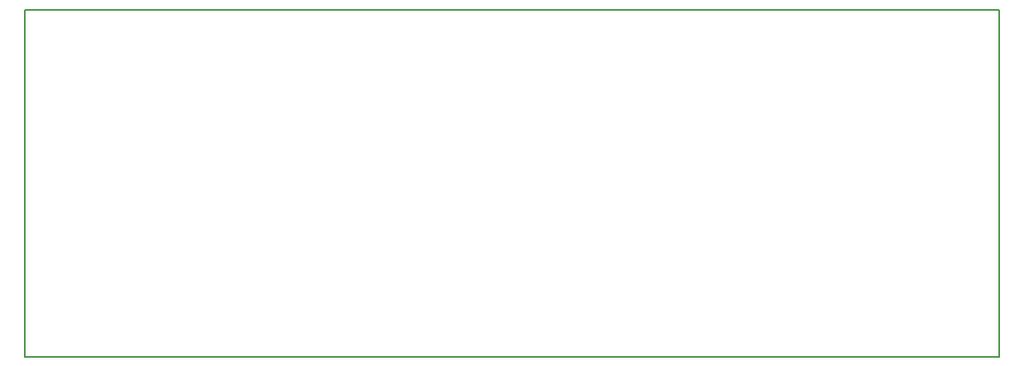
<source format=gbr>
G04 #@! TF.FileFunction,Profile,NP*
%FSLAX46Y46*%
G04 Gerber Fmt 4.6, Leading zero omitted, Abs format (unit mm)*
G04 Created by KiCad (PCBNEW 4.0.7) date 03/18/18 13:51:34*
%MOMM*%
%LPD*%
G01*
G04 APERTURE LIST*
%ADD10C,0.100000*%
%ADD11C,0.150000*%
G04 APERTURE END LIST*
D10*
D11*
X19050000Y-19050000D02*
X19050000Y-54610000D01*
X118745000Y-19050000D02*
X19050000Y-19050000D01*
X118745000Y-54610000D02*
X118745000Y-19050000D01*
X19050000Y-54610000D02*
X118745000Y-54610000D01*
M02*

</source>
